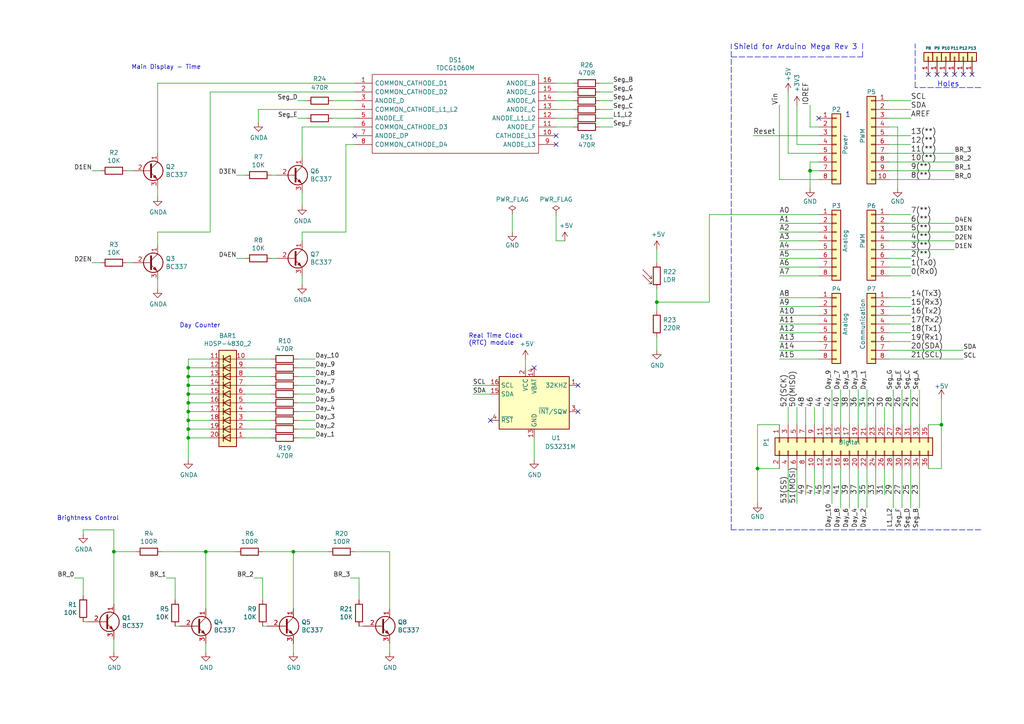
<source format=kicad_sch>
(kicad_sch (version 20211123) (generator eeschema)
  (paper "A4")
  (title_block (title "Corona Virus Countdown Clock") (date "2022-03-18") (rev "V02"))
  (lib_symbols
    (symbol "Connector_Generic:Conn_01x01" (pin_names (offset 1.016) hide)
      (property "Reference" "J" (at 0 2.54 0))
      (property "Value" "Conn_01x01" (at 0 -2.54 0))
      (symbol "Conn_01x01_1_1"
        (pin passive line (at -5.08 0 0) (length 3.81) (name "Pin_1") (number "1"))
      )
    )
    (symbol "Connector_Generic:Conn_01x08" (pin_names (offset 1.016) hide)
      (property "Reference" "J" (at 0 10.16 0))
      (property "Value" "Conn_01x08" (at 0 -12.7 0))
      (symbol "Conn_01x08_1_1"
        (pin passive line (at -5.08 7.62 0) (length 3.81) (name "Pin_1") (number "1"))
        (pin passive line (at -5.08 5.08 0) (length 3.81) (name "Pin_2") (number "2"))
        (pin passive line (at -5.08 2.54 0) (length 3.81) (name "Pin_3") (number "3"))
        (pin passive line (at -5.08 0 0) (length 3.81) (name "Pin_4") (number "4"))
        (pin passive line (at -5.08 -2.54 0) (length 3.81) (name "Pin_5") (number "5"))
        (pin passive line (at -5.08 -5.08 0) (length 3.81) (name "Pin_6") (number "6"))
        (pin passive line (at -5.08 -7.62 0) (length 3.81) (name "Pin_7") (number "7"))
        (pin passive line (at -5.08 -10.16 0) (length 3.81) (name "Pin_8") (number "8"))
      )
    )
    (symbol "Connector_Generic:Conn_01x10" (pin_names (offset 1.016) hide)
      (property "Reference" "J" (at 0 12.7 0))
      (property "Value" "Conn_01x10" (at 0 -15.24 0))
      (symbol "Conn_01x10_1_1"
        (pin passive line (at -5.08 10.16 0) (length 3.81) (name "Pin_1") (number "1"))
        (pin passive line (at -5.08 -12.7 0) (length 3.81) (name "Pin_10") (number "10"))
        (pin passive line (at -5.08 7.62 0) (length 3.81) (name "Pin_2") (number "2"))
        (pin passive line (at -5.08 5.08 0) (length 3.81) (name "Pin_3") (number "3"))
        (pin passive line (at -5.08 2.54 0) (length 3.81) (name "Pin_4") (number "4"))
        (pin passive line (at -5.08 0 0) (length 3.81) (name "Pin_5") (number "5"))
        (pin passive line (at -5.08 -2.54 0) (length 3.81) (name "Pin_6") (number "6"))
        (pin passive line (at -5.08 -5.08 0) (length 3.81) (name "Pin_7") (number "7"))
        (pin passive line (at -5.08 -7.62 0) (length 3.81) (name "Pin_8") (number "8"))
        (pin passive line (at -5.08 -10.16 0) (length 3.81) (name "Pin_9") (number "9"))
      )
    )
    (symbol "Connector_Generic:Conn_02x18_Odd_Even" (pin_names (offset 1.016) hide)
      (property "Reference" "J" (at 1.27 22.86 0))
      (property "Value" "Conn_02x18_Odd_Even" (at 1.27 -25.4 0))
      (symbol "Conn_02x18_Odd_Even_1_1"
        (pin passive line (at -5.08 20.32 0) (length 3.81) (name "Pin_1") (number "1"))
        (pin passive line (at 7.62 10.16 180) (length 3.81) (name "Pin_10") (number "10"))
        (pin passive line (at -5.08 7.62 0) (length 3.81) (name "Pin_11") (number "11"))
        (pin passive line (at 7.62 7.62 180) (length 3.81) (name "Pin_12") (number "12"))
        (pin passive line (at -5.08 5.08 0) (length 3.81) (name "Pin_13") (number "13"))
        (pin passive line (at 7.62 5.08 180) (length 3.81) (name "Pin_14") (number "14"))
        (pin passive line (at -5.08 2.54 0) (length 3.81) (name "Pin_15") (number "15"))
        (pin passive line (at 7.62 2.54 180) (length 3.81) (name "Pin_16") (number "16"))
        (pin passive line (at -5.08 0 0) (length 3.81) (name "Pin_17") (number "17"))
        (pin passive line (at 7.62 0 180) (length 3.81) (name "Pin_18") (number "18"))
        (pin passive line (at -5.08 -2.54 0) (length 3.81) (name "Pin_19") (number "19"))
        (pin passive line (at 7.62 20.32 180) (length 3.81) (name "Pin_2") (number "2"))
        (pin passive line (at 7.62 -2.54 180) (length 3.81) (name "Pin_20") (number "20"))
        (pin passive line (at -5.08 -5.08 0) (length 3.81) (name "Pin_21") (number "21"))
        (pin passive line (at 7.62 -5.08 180) (length 3.81) (name "Pin_22") (number "22"))
        (pin passive line (at -5.08 -7.62 0) (length 3.81) (name "Pin_23") (number "23"))
        (pin passive line (at 7.62 -7.62 180) (length 3.81) (name "Pin_24") (number "24"))
        (pin passive line (at -5.08 -10.16 0) (length 3.81) (name "Pin_25") (number "25"))
        (pin passive line (at 7.62 -10.16 180) (length 3.81) (name "Pin_26") (number "26"))
        (pin passive line (at -5.08 -12.7 0) (length 3.81) (name "Pin_27") (number "27"))
        (pin passive line (at 7.62 -12.7 180) (length 3.81) (name "Pin_28") (number "28"))
        (pin passive line (at -5.08 -15.24 0) (length 3.81) (name "Pin_29") (number "29"))
        (pin passive line (at -5.08 17.78 0) (length 3.81) (name "Pin_3") (number "3"))
        (pin passive line (at 7.62 -15.24 180) (length 3.81) (name "Pin_30") (number "30"))
        (pin passive line (at -5.08 -17.78 0) (length 3.81) (name "Pin_31") (number "31"))
        (pin passive line (at 7.62 -17.78 180) (length 3.81) (name "Pin_32") (number "32"))
        (pin passive line (at -5.08 -20.32 0) (length 3.81) (name "Pin_33") (number "33"))
        (pin passive line (at 7.62 -20.32 180) (length 3.81) (name "Pin_34") (number "34"))
        (pin passive line (at -5.08 -22.86 0) (length 3.81) (name "Pin_35") (number "35"))
        (pin passive line (at 7.62 -22.86 180) (length 3.81) (name "Pin_36") (number "36"))
        (pin passive line (at 7.62 17.78 180) (length 3.81) (name "Pin_4") (number "4"))
        (pin passive line (at -5.08 15.24 0) (length 3.81) (name "Pin_5") (number "5"))
        (pin passive line (at 7.62 15.24 180) (length 3.81) (name "Pin_6") (number "6"))
        (pin passive line (at -5.08 12.7 0) (length 3.81) (name "Pin_7") (number "7"))
        (pin passive line (at 7.62 12.7 180) (length 3.81) (name "Pin_8") (number "8"))
        (pin passive line (at -5.08 10.16 0) (length 3.81) (name "Pin_9") (number "9"))
      )
    )
    (symbol "Device:R" (pin_numbers hide) (pin_names (offset 0))
      (property "Reference" "R" (at 2.032 0 90))
      (property "Value" "R" (at 0 0 90))
      (symbol "R_1_1"
        (pin passive line (at 0 3.81 270) (length 1.27) (name "~") (number "1"))
        (pin passive line (at 0 -3.81 90) (length 1.27) (name "~") (number "2"))
      )
    )
    (symbol "LED:HDSP-4830_2" (pin_names (offset 1.016) hide)
      (property "Reference" "BAR" (at 0 15.24 0))
      (property "Value" "HDSP-4830_2" (at 0 -17.78 0))
      (symbol "HDSP-4830_2_1_1"
        (pin passive line (at -5.08 10.16 0) (length 2.54) (name "A") (number "1"))
        (pin passive line (at -5.08 -12.7 0) (length 2.54) (name "A") (number "10"))
        (pin passive line (at 5.08 -12.7 180) (length 2.54) (name "K") (number "11"))
        (pin passive line (at 5.08 -10.16 180) (length 2.54) (name "K") (number "12"))
        (pin passive line (at 5.08 -7.62 180) (length 2.54) (name "K") (number "13"))
        (pin passive line (at 5.08 -5.08 180) (length 2.54) (name "K") (number "14"))
        (pin passive line (at 5.08 -2.54 180) (length 2.54) (name "K") (number "15"))
        (pin passive line (at 5.08 0 180) (length 2.54) (name "K") (number "16"))
        (pin passive line (at 5.08 2.54 180) (length 2.54) (name "K") (number "17"))
        (pin passive line (at 5.08 5.08 180) (length 2.54) (name "K") (number "18"))
        (pin passive line (at 5.08 7.62 180) (length 2.54) (name "K") (number "19"))
        (pin passive line (at -5.08 7.62 0) (length 2.54) (name "A") (number "2"))
        (pin passive line (at 5.08 10.16 180) (length 2.54) (name "K") (number "20"))
        (pin passive line (at -5.08 5.08 0) (length 2.54) (name "A") (number "3"))
        (pin passive line (at -5.08 2.54 0) (length 2.54) (name "A") (number "4"))
        (pin passive line (at -5.08 0 0) (length 2.54) (name "A") (number "5"))
        (pin passive line (at -5.08 -2.54 0) (length 2.54) (name "A") (number "6"))
        (pin passive line (at -5.08 -5.08 0) (length 2.54) (name "A") (number "7"))
        (pin passive line (at -5.08 -7.62 0) (length 2.54) (name "A") (number "8"))
        (pin passive line (at -5.08 -10.16 0) (length 2.54) (name "A") (number "9"))
      )
    )
    (symbol "SamacSys_Parts:TDCG1060M" (pin_names (offset 0.762))
      (property "Reference" "DS" (at 54.61 7.62 0))
      (property "Value" "SamacSys_Parts_TDCG1060M" (at 54.61 5.08 0))
      (symbol "TDCG1060M_0_0"
        (pin passive line (at 0 0 0) (length 5.08) (name "COMMON_CATHODE_D1") (number "1"))
        (pin passive line (at 58.42 -15.24 180) (length 5.08) (name "CATHODE_L3") (number "10"))
        (pin passive line (at 58.42 -12.7 180) (length 5.08) (name "ANODE_F") (number "11"))
        (pin passive line (at 58.42 -10.16 180) (length 5.08) (name "ANODE_L1_L2") (number "12"))
        (pin passive line (at 58.42 -7.62 180) (length 5.08) (name "ANODE_C") (number "13"))
        (pin passive line (at 58.42 -5.08 180) (length 5.08) (name "ANODE_A") (number "14"))
        (pin passive line (at 58.42 -2.54 180) (length 5.08) (name "ANODE_G") (number "15"))
        (pin passive line (at 58.42 0 180) (length 5.08) (name "ANODE_B") (number "16"))
        (pin passive line (at 0 -2.54 0) (length 5.08) (name "COMMON_CATHODE_D2") (number "2"))
        (pin passive line (at 0 -5.08 0) (length 5.08) (name "ANODE_D") (number "3"))
        (pin passive line (at 0 -7.62 0) (length 5.08) (name "COMMON_CATHODE_L1_L2") (number "4"))
        (pin passive line (at 0 -10.16 0) (length 5.08) (name "ANODE_E") (number "5"))
        (pin passive line (at 0 -12.7 0) (length 5.08) (name "COMMON_CATHODE_D3") (number "6"))
        (pin passive line (at 0 -15.24 0) (length 5.08) (name "ANODE_DP") (number "7"))
        (pin passive line (at 0 -17.78 0) (length 5.08) (name "COMMON_CATHODE_D4") (number "8"))
        (pin passive line (at 58.42 -17.78 180) (length 5.08) (name "ANODE_L3") (number "9"))
      )
    )
    (symbol "Sensor_Optical:LDR03" (pin_numbers hide) (pin_names (offset 0))
      (property "Reference" "R" (at -5.08 0 90))
      (property "Value" "LDR03" (at 1.905 0 90))
      (symbol "LDR03_1_1"
        (pin passive line (at 0 3.81 270) (length 1.27) (name "~") (number "1"))
        (pin passive line (at 0 -3.81 90) (length 1.27) (name "~") (number "2"))
      )
    )
    (symbol "Timer_RTC:DS3231M"
      (property "Reference" "U" (at -7.62 8.89 0))
      (property "Value" "DS3231M" (at 10.16 8.89 0))
      (symbol "DS3231M_1_1"
        (pin open_collector line (at 12.7 5.08 180) (length 2.54) (name "32KHZ") (number "1"))
        (pin passive line (at 0 -10.16 90) (length 2.54) hide (name "GND") (number "10"))
        (pin passive line (at 0 -10.16 90) (length 2.54) hide (name "GND") (number "11"))
        (pin passive line (at 0 -10.16 90) (length 2.54) hide (name "GND") (number "12"))
        (pin power_in line (at 0 -10.16 90) (length 2.54) (name "GND") (number "13"))
        (pin power_in line (at 0 10.16 270) (length 2.54) (name "VBAT") (number "14"))
        (pin bidirectional line (at -12.7 2.54 0) (length 2.54) (name "SDA") (number "15"))
        (pin input line (at -12.7 5.08 0) (length 2.54) (name "SCL") (number "16"))
        (pin power_in line (at -2.54 10.16 270) (length 2.54) (name "VCC") (number "2"))
        (pin open_collector line (at 12.7 -2.54 180) (length 2.54) (name "~{INT}/SQW") (number "3"))
        (pin bidirectional line (at -12.7 -5.08 0) (length 2.54) (name "~{RST}") (number "4"))
        (pin passive line (at 0 -10.16 90) (length 2.54) hide (name "GND") (number "5"))
        (pin passive line (at 0 -10.16 90) (length 2.54) hide (name "GND") (number "6"))
        (pin passive line (at 0 -10.16 90) (length 2.54) hide (name "GND") (number "7"))
        (pin passive line (at 0 -10.16 90) (length 2.54) hide (name "GND") (number "8"))
        (pin passive line (at 0 -10.16 90) (length 2.54) hide (name "GND") (number "9"))
      )
    )
    (symbol "Transistor_BJT:BC337" (pin_names (offset 0) hide)
      (property "Reference" "Q" (at 5.08 1.905 0))
      (property "Value" "BC337" (at 5.08 0 0))
      (symbol "BC337_1_1"
        (pin passive line (at 2.54 5.08 270) (length 2.54) (name "C") (number "1"))
        (pin input line (at -5.08 0 0) (length 5.08) (name "B") (number "2"))
        (pin passive line (at 2.54 -5.08 90) (length 2.54) (name "E") (number "3"))
      )
    )
    (symbol "power:+3V3" (power) (pin_names (offset 0))
      (property "Value" "+3V3" (at 0 3.556 0))
      (symbol "+3V3_1_1"
        (pin power_in line (at 0 0 90) (length 0) hide (name "+3V3") (number "1"))
      )
    )
    (symbol "power:+5V" (power) (pin_names (offset 0))
      (property "Value" "+5V" (at 0 3.556 0))
      (symbol "+5V_1_1"
        (pin power_in line (at 0 0 90) (length 0) hide (name "+5V") (number "1"))
      )
    )
    (symbol "power:GND" (power) (pin_names (offset 0))
      (property "Value" "GND" (at 0 -3.81 0))
      (symbol "GND_1_1"
        (pin power_in line (at 0 0 270) (length 0) hide (name "GND") (number "1"))
      )
    )
    (symbol "power:GNDA" (power) (pin_names (offset 0))
      (property "Value" "GNDA" (at 0 -3.81 0))
      (symbol "GNDA_1_1"
        (pin power_in line (at 0 0 270) (length 0) hide (name "GNDA") (number "1"))
      )
    )
    (symbol "power:PWR_FLAG" (power) (pin_numbers hide) (pin_names (offset 0) hide)
      (property "Value" "PWR_FLAG" (at 0 3.81 0))
      (symbol "PWR_FLAG_0_0"
        (pin power_out line (at 0 0 90) (length 0) (name "pwr") (number "1"))
      )
    )
  )
  (junction (at 85.09 160.02))
  (junction (at 219.71 135.89))
  (junction (at 33.02 160.02))
  (junction (at 54.61 124.46))
  (junction (at 273.05 123.19))
  (junction (at 234.95 49.53))
  (junction (at 59.69 160.02))
  (junction (at 54.61 111.76))
  (junction (at 190.5 87.63))
  (junction (at 54.61 121.92))
  (junction (at 54.61 109.22))
  (junction (at 54.61 116.84))
  (junction (at 54.61 114.3))
  (junction (at 54.61 119.38))
  (junction (at 54.61 106.68))
  (junction (at 54.61 127))
  (no_connect (at 154.94 106.68))
  (no_connect (at 142.24 121.92))
  (no_connect (at 276.86 21.59))
  (no_connect (at 274.32 21.59))
  (no_connect (at 269.24 21.59))
  (no_connect (at 279.4 21.59))
  (no_connect (at 237.49 34.29))
  (no_connect (at 161.29 41.91))
  (no_connect (at 271.78 21.59))
  (no_connect (at 161.29 39.37))
  (no_connect (at 102.87 39.37))
  (no_connect (at 167.64 111.76))
  (no_connect (at 167.64 119.38))
  (no_connect (at 281.94 21.59))
  (wire (pts (xy 248.92 135.89) (xy 248.92 147.32)))
  (wire (pts (xy 231.14 30.48) (xy 231.14 41.91)))
  (wire (pts (xy 257.81 49.53) (xy 276.86 49.53)))
  (wire (pts (xy 85.09 160.02) (xy 95.25 160.02)))
  (wire (pts (xy 100.33 41.91) (xy 102.87 41.91)))
  (wire (pts (xy 257.81 93.98) (xy 264.16 93.98)))
  (wire (pts (xy 241.3 135.89) (xy 241.3 146.05)))
  (wire (pts (xy 205.74 87.63) (xy 205.74 62.23)))
  (wire (pts (xy 154.94 127) (xy 154.94 133.35)))
  (wire (pts (xy 50.8 181.61) (xy 52.07 181.61)))
  (wire (pts (xy 237.49 46.99) (xy 234.95 46.99)))
  (wire (pts (xy 74.93 31.75) (xy 74.93 35.56)))
  (wire (pts (xy 60.96 116.84) (xy 54.61 116.84)))
  (wire (pts (xy 238.76 123.19) (xy 238.76 118.11)))
  (wire (pts (xy 257.81 80.01) (xy 264.16 80.01)))
  (wire (pts (xy 102.87 36.83) (xy 87.63 36.83)))
  (wire (pts (xy 260.35 54.61) (xy 260.35 36.83)))
  (wire (pts (xy 226.06 123.19) (xy 219.71 123.19)))
  (wire (pts (xy 104.14 181.61) (xy 105.41 181.61)))
  (wire (pts (xy 78.74 114.3) (xy 71.12 114.3)))
  (wire (pts (xy 254 123.19) (xy 254 118.11)))
  (wire (pts (xy 237.49 77.47) (xy 226.06 77.47)))
  (wire (pts (xy 100.33 67.31) (xy 87.63 67.31)))
  (wire (pts (xy 148.59 67.31) (xy 148.59 62.23)))
  (wire (pts (xy 59.69 160.02) (xy 68.58 160.02)))
  (wire (pts (xy 264.16 41.91) (xy 257.81 41.91)))
  (wire (pts (xy 86.36 109.22) (xy 91.44 109.22)))
  (wire (pts (xy 161.29 31.75) (xy 166.37 31.75)))
  (wire (pts (xy 226.06 74.93) (xy 237.49 74.93)))
  (wire (pts (xy 243.84 135.89) (xy 243.84 147.32)))
  (wire (pts (xy 257.81 69.85) (xy 276.86 69.85)))
  (wire (pts (xy 24.13 153.67) (xy 33.02 153.67)))
  (wire (pts (xy 237.49 96.52) (xy 226.06 96.52)))
  (wire (pts (xy 60.96 106.68) (xy 54.61 106.68)))
  (wire (pts (xy 190.5 97.79) (xy 190.5 101.6)))
  (wire (pts (xy 86.36 121.92) (xy 91.44 121.92)))
  (wire (pts (xy 60.96 26.67) (xy 102.87 26.67)))
  (wire (pts (xy 113.03 160.02) (xy 113.03 176.53)))
  (wire (pts (xy 152.4 104.14) (xy 152.4 106.68)))
  (wire (pts (xy 54.61 127) (xy 54.61 133.35)))
  (wire (pts (xy 257.81 64.77) (xy 276.86 64.77)))
  (wire (pts (xy 237.49 52.07) (xy 226.06 52.07)))
  (wire (pts (xy 33.02 160.02) (xy 33.02 175.26)))
  (wire (pts (xy 243.84 113.03) (xy 243.84 123.19)))
  (wire (pts (xy 60.96 114.3) (xy 54.61 114.3)))
  (wire (pts (xy 87.63 67.31) (xy 87.63 69.85)))
  (wire (pts (xy 60.96 127) (xy 54.61 127)))
  (wire (pts (xy 237.49 36.83) (xy 234.95 36.83)))
  (wire (pts (xy 59.69 186.69) (xy 59.69 189.23)))
  (wire (pts (xy 86.36 116.84) (xy 91.44 116.84)))
  (wire (pts (xy 113.03 186.69) (xy 113.03 189.23)))
  (wire (pts (xy 60.96 121.92) (xy 54.61 121.92)))
  (wire (pts (xy 226.06 80.01) (xy 237.49 80.01)))
  (wire (pts (xy 68.58 50.8) (xy 71.12 50.8)))
  (wire (pts (xy 45.72 81.28) (xy 45.72 83.82)))
  (wire (pts (xy 273.05 115.57) (xy 273.05 123.19)))
  (wire (pts (xy 205.74 62.23) (xy 237.49 62.23)))
  (wire (pts (xy 54.61 114.3) (xy 54.61 116.84)))
  (wire (pts (xy 219.71 135.89) (xy 219.71 146.05)))
  (wire (pts (xy 33.02 160.02) (xy 39.37 160.02)))
  (wire (pts (xy 78.74 74.93) (xy 80.01 74.93)))
  (wire (pts (xy 173.99 34.29) (xy 177.8 34.29)))
  (wire (pts (xy 256.54 123.19) (xy 256.54 118.11)))
  (wire (pts (xy 78.74 109.22) (xy 71.12 109.22)))
  (wire (pts (xy 60.96 67.31) (xy 60.96 26.67)))
  (wire (pts (xy 60.96 124.46) (xy 54.61 124.46)))
  (wire (pts (xy 246.38 113.03) (xy 246.38 123.19)))
  (wire (pts (xy 231.14 135.89) (xy 231.14 146.05)))
  (wire (pts (xy 273.05 123.19) (xy 273.05 135.89)))
  (wire (pts (xy 96.52 29.21) (xy 102.87 29.21)))
  (wire (pts (xy 237.49 91.44) (xy 226.06 91.44)))
  (wire (pts (xy 60.96 111.76) (xy 54.61 111.76)))
  (wire (pts (xy 233.68 135.89) (xy 233.68 143.51)))
  (wire (pts (xy 86.36 106.68) (xy 91.44 106.68)))
  (wire (pts (xy 88.9 29.21) (xy 86.36 29.21)))
  (wire (pts (xy 24.13 167.64) (xy 24.13 172.72)))
  (wire (pts (xy 261.62 135.89) (xy 261.62 147.32)))
  (wire (pts (xy 60.96 119.38) (xy 54.61 119.38)))
  (wire (pts (xy 24.13 154.94) (xy 24.13 153.67)))
  (wire (pts (xy 259.08 113.03) (xy 259.08 123.19)))
  (wire (pts (xy 54.61 119.38) (xy 54.61 121.92)))
  (wire (pts (xy 54.61 106.68) (xy 54.61 109.22)))
  (wire (pts (xy 251.46 135.89) (xy 251.46 147.32)))
  (wire (pts (xy 257.81 39.37) (xy 264.16 39.37)))
  (polyline (pts (xy 212.09 16.51) (xy 250.19 16.51)))
  (wire (pts (xy 256.54 135.89) (xy 256.54 143.51)))
  (wire (pts (xy 142.24 114.3) (xy 137.16 114.3)))
  (wire (pts (xy 161.29 69.85) (xy 163.83 69.85)))
  (wire (pts (xy 102.87 160.02) (xy 113.03 160.02)))
  (wire (pts (xy 264.16 113.03) (xy 264.16 123.19)))
  (wire (pts (xy 226.06 88.9) (xy 237.49 88.9)))
  (wire (pts (xy 228.6 44.45) (xy 237.49 44.45)))
  (wire (pts (xy 104.14 167.64) (xy 104.14 173.99)))
  (wire (pts (xy 190.5 72.39) (xy 190.5 76.2)))
  (wire (pts (xy 54.61 109.22) (xy 54.61 111.76)))
  (wire (pts (xy 226.06 99.06) (xy 237.49 99.06)))
  (wire (pts (xy 257.81 67.31) (xy 276.86 67.31)))
  (wire (pts (xy 102.87 24.13) (xy 45.72 24.13)))
  (polyline (pts (xy 284.48 25.4) (xy 265.43 25.4)))
  (wire (pts (xy 78.74 50.8) (xy 80.01 50.8)))
  (wire (pts (xy 102.87 31.75) (xy 74.93 31.75)))
  (wire (pts (xy 257.81 52.07) (xy 276.86 52.07)))
  (wire (pts (xy 96.52 34.29) (xy 102.87 34.29)))
  (wire (pts (xy 226.06 104.14) (xy 237.49 104.14)))
  (wire (pts (xy 86.36 124.46) (xy 91.44 124.46)))
  (polyline (pts (xy 250.19 16.51) (xy 250.19 12.065)))
  (wire (pts (xy 76.2 160.02) (xy 85.09 160.02)))
  (wire (pts (xy 226.06 69.85) (xy 237.49 69.85)))
  (wire (pts (xy 73.66 167.64) (xy 76.2 167.64)))
  (wire (pts (xy 101.6 167.64) (xy 104.14 167.64)))
  (wire (pts (xy 261.62 113.03) (xy 261.62 123.19)))
  (wire (pts (xy 161.29 62.23) (xy 161.29 69.85)))
  (wire (pts (xy 86.36 114.3) (xy 91.44 114.3)))
  (wire (pts (xy 87.63 80.01) (xy 87.63 82.55)))
  (wire (pts (xy 233.68 123.19) (xy 233.68 118.11)))
  (wire (pts (xy 257.81 44.45) (xy 276.86 44.45)))
  (wire (pts (xy 36.83 76.2) (xy 38.1 76.2)))
  (polyline (pts (xy 284.48 153.67) (xy 212.09 153.67)))
  (wire (pts (xy 88.9 34.29) (xy 86.36 34.29)))
  (wire (pts (xy 266.7 135.89) (xy 266.7 147.32)))
  (wire (pts (xy 237.49 86.36) (xy 226.06 86.36)))
  (wire (pts (xy 54.61 104.14) (xy 54.61 106.68)))
  (wire (pts (xy 173.99 26.67) (xy 177.8 26.67)))
  (wire (pts (xy 161.29 26.67) (xy 166.37 26.67)))
  (wire (pts (xy 257.81 72.39) (xy 276.86 72.39)))
  (wire (pts (xy 264.16 62.23) (xy 257.81 62.23)))
  (wire (pts (xy 86.36 104.14) (xy 91.44 104.14)))
  (wire (pts (xy 264.16 135.89) (xy 264.16 147.32)))
  (wire (pts (xy 26.67 76.2) (xy 29.21 76.2)))
  (wire (pts (xy 236.22 135.89) (xy 236.22 143.51)))
  (wire (pts (xy 161.29 36.83) (xy 166.37 36.83)))
  (wire (pts (xy 259.08 135.89) (xy 259.08 147.32)))
  (wire (pts (xy 241.3 113.03) (xy 241.3 123.19)))
  (wire (pts (xy 54.61 124.46) (xy 54.61 127)))
  (wire (pts (xy 234.95 49.53) (xy 234.95 54.61)))
  (wire (pts (xy 190.5 87.63) (xy 205.74 87.63)))
  (wire (pts (xy 68.58 74.93) (xy 71.12 74.93)))
  (wire (pts (xy 85.09 160.02) (xy 85.09 176.53)))
  (wire (pts (xy 161.29 29.21) (xy 166.37 29.21)))
  (wire (pts (xy 260.35 36.83) (xy 257.81 36.83)))
  (wire (pts (xy 60.96 109.22) (xy 54.61 109.22)))
  (wire (pts (xy 59.69 160.02) (xy 59.69 176.53)))
  (wire (pts (xy 226.06 135.89) (xy 219.71 135.89)))
  (wire (pts (xy 226.06 52.07) (xy 226.06 30.48)))
  (wire (pts (xy 257.81 46.99) (xy 276.86 46.99)))
  (wire (pts (xy 257.81 34.29) (xy 264.16 34.29)))
  (wire (pts (xy 86.36 111.76) (xy 91.44 111.76)))
  (wire (pts (xy 218.44 39.37) (xy 237.49 39.37)))
  (wire (pts (xy 78.74 111.76) (xy 71.12 111.76)))
  (wire (pts (xy 36.83 49.53) (xy 38.1 49.53)))
  (wire (pts (xy 190.5 87.63) (xy 190.5 90.17)))
  (wire (pts (xy 238.76 135.89) (xy 238.76 143.51)))
  (wire (pts (xy 86.36 127) (xy 91.44 127)))
  (wire (pts (xy 246.38 135.89) (xy 246.38 147.32)))
  (wire (pts (xy 45.72 54.61) (xy 45.72 57.15)))
  (wire (pts (xy 228.6 135.89) (xy 228.6 146.05)))
  (wire (pts (xy 87.63 36.83) (xy 87.63 45.72)))
  (wire (pts (xy 237.49 101.6) (xy 226.06 101.6)))
  (wire (pts (xy 78.74 104.14) (xy 71.12 104.14)))
  (wire (pts (xy 266.7 113.03) (xy 266.7 123.19)))
  (wire (pts (xy 237.49 49.53) (xy 234.95 49.53)))
  (wire (pts (xy 257.81 101.6) (xy 279.4 101.6)))
  (wire (pts (xy 228.6 26.67) (xy 228.6 44.45)))
  (wire (pts (xy 264.16 91.44) (xy 257.81 91.44)))
  (wire (pts (xy 257.81 99.06) (xy 264.16 99.06)))
  (wire (pts (xy 86.36 119.38) (xy 91.44 119.38)))
  (wire (pts (xy 219.71 123.19) (xy 219.71 135.89)))
  (wire (pts (xy 173.99 29.21) (xy 177.8 29.21)))
  (wire (pts (xy 54.61 116.84) (xy 54.61 119.38)))
  (wire (pts (xy 26.67 49.53) (xy 29.21 49.53)))
  (wire (pts (xy 87.63 55.88) (xy 87.63 59.69)))
  (wire (pts (xy 264.16 96.52) (xy 257.81 96.52)))
  (wire (pts (xy 173.99 36.83) (xy 177.8 36.83)))
  (wire (pts (xy 78.74 116.84) (xy 71.12 116.84)))
  (wire (pts (xy 251.46 113.03) (xy 251.46 123.19)))
  (wire (pts (xy 264.16 86.36) (xy 257.81 86.36)))
  (wire (pts (xy 45.72 24.13) (xy 45.72 44.45)))
  (wire (pts (xy 78.74 106.68) (xy 71.12 106.68)))
  (wire (pts (xy 45.72 67.31) (xy 45.72 71.12)))
  (wire (pts (xy 234.95 36.83) (xy 234.95 30.48)))
  (wire (pts (xy 50.8 167.64) (xy 50.8 173.99)))
  (wire (pts (xy 273.05 123.19) (xy 269.24 123.19)))
  (wire (pts (xy 228.6 123.19) (xy 228.6 118.11)))
  (wire (pts (xy 78.74 124.46) (xy 71.12 124.46)))
  (wire (pts (xy 46.99 160.02) (xy 59.69 160.02)))
  (wire (pts (xy 248.92 113.03) (xy 248.92 123.19)))
  (wire (pts (xy 257.81 104.14) (xy 279.4 104.14)))
  (wire (pts (xy 33.02 185.42) (xy 33.02 189.23)))
  (wire (pts (xy 161.29 34.29) (xy 166.37 34.29)))
  (wire (pts (xy 234.95 46.99) (xy 234.95 49.53)))
  (wire (pts (xy 76.2 181.61) (xy 77.47 181.61)))
  (wire (pts (xy 33.02 153.67) (xy 33.02 160.02)))
  (wire (pts (xy 236.22 123.19) (xy 236.22 118.11)))
  (wire (pts (xy 21.59 167.64) (xy 24.13 167.64)))
  (polyline (pts (xy 212.09 153.67) (xy 212.09 12.7)))
  (wire (pts (xy 48.26 167.64) (xy 50.8 167.64)))
  (wire (pts (xy 257.81 29.21) (xy 264.16 29.21)))
  (wire (pts (xy 226.06 64.77) (xy 237.49 64.77)))
  (wire (pts (xy 237.49 67.31) (xy 226.06 67.31)))
  (wire (pts (xy 226.06 93.98) (xy 237.49 93.98)))
  (wire (pts (xy 231.14 41.91) (xy 237.49 41.91)))
  (wire (pts (xy 173.99 31.75) (xy 177.8 31.75)))
  (wire (pts (xy 237.49 72.39) (xy 226.06 72.39)))
  (wire (pts (xy 161.29 24.13) (xy 166.37 24.13)))
  (wire (pts (xy 254 135.89) (xy 254 143.51)))
  (wire (pts (xy 231.14 123.19) (xy 231.14 118.11)))
  (wire (pts (xy 78.74 119.38) (xy 71.12 119.38)))
  (wire (pts (xy 78.74 127) (xy 71.12 127)))
  (polyline (pts (xy 265.43 25.4) (xy 265.43 12.7)))
  (wire (pts (xy 173.99 24.13) (xy 177.8 24.13)))
  (wire (pts (xy 54.61 111.76) (xy 54.61 114.3)))
  (wire (pts (xy 257.81 74.93) (xy 264.16 74.93)))
  (wire (pts (xy 190.5 83.82) (xy 190.5 87.63)))
  (wire (pts (xy 76.2 167.64) (xy 76.2 173.99)))
  (wire (pts (xy 54.61 121.92) (xy 54.61 124.46)))
  (wire (pts (xy 264.16 77.47) (xy 257.81 77.47)))
  (wire (pts (xy 78.74 121.92) (xy 71.12 121.92)))
  (wire (pts (xy 257.81 88.9) (xy 264.16 88.9)))
  (wire (pts (xy 264.16 31.75) (xy 257.81 31.75)))
  (wire (pts (xy 24.13 180.34) (xy 25.4 180.34)))
  (wire (pts (xy 142.24 111.76) (xy 137.16 111.76)))
  (wire (pts (xy 60.96 104.14) (xy 54.61 104.14)))
  (wire (pts (xy 45.72 67.31) (xy 60.96 67.31)))
  (wire (pts (xy 85.09 186.69) (xy 85.09 189.23)))
  (wire (pts (xy 100.33 41.91) (xy 100.33 67.31)))
  (wire (pts (xy 273.05 135.89) (xy 269.24 135.89)))
  (text "Brightness Control" (at 16.51 151.13 0) (effects (font (size 1.27 1.27)) (justify left bottom)))
  (text "Shield for Arduino Mega Rev 3" (at 212.725 14.605 0) (effects (font (size 1.524 1.524)) (justify left bottom)))
  (text "Day Counter" (at 52.07 95.25 0) (effects (font (size 1.27 1.27)) (justify left bottom)))
  (text "1" (at 245.11 34.29 0) (effects (font (size 1.524 1.524)) (justify left bottom)))
  (text "Real Time Clock\n(RTC) module" (at 135.89 100.33 0) (effects (font (size 1.27 1.27)) (justify left bottom)))
  (text "Holes" (at 271.78 25.4 0) (effects (font (size 1.524 1.524)) (justify left bottom)))
  (text "Main Display - Time" (at 38.1 20.32 0) (effects (font (size 1.27 1.27)) (justify left bottom)))
  (label "Day_8" (at 91.44 109.22 0))
  (label "39" (at 246.38 143.51 90) (effects (font (size 1.524 1.524))))
  (label "20(SDA)" (at 264.16 101.6 0) (effects (font (size 1.524 1.524))))
  (label "14(Tx3)" (at 264.16 86.36 0) (effects (font (size 1.524 1.524))))
  (label "Vin" (at 226.06 30.48 90) (effects (font (size 1.524 1.524))))
  (label "BR_1" (at 276.86 49.53 0))
  (label "47" (at 236.22 143.51 90) (effects (font (size 1.524 1.524))))
  (label "SCL" (at 264.16 29.21 0) (effects (font (size 1.524 1.524))))
  (label "Seg_C" (at 177.8 31.75 0))
  (label "Seg_F" (at 177.8 36.83 0))
  (label "36" (at 248.92 118.11 90) (effects (font (size 1.524 1.524))))
  (label "49" (at 233.68 143.51 90) (effects (font (size 1.524 1.524))))
  (label "A6" (at 226.06 77.47 0) (effects (font (size 1.524 1.524))))
  (label "A14" (at 226.06 101.6 0) (effects (font (size 1.524 1.524))))
  (label "38" (at 246.38 118.11 90) (effects (font (size 1.524 1.524))))
  (label "D2EN" (at 26.67 76.2 180))
  (label "9(**)" (at 264.16 49.53 0) (effects (font (size 1.524 1.524))))
  (label "40" (at 243.84 118.11 90) (effects (font (size 1.524 1.524))))
  (label "41" (at 243.84 143.51 90) (effects (font (size 1.524 1.524))))
  (label "23" (at 266.7 143.51 90) (effects (font (size 1.524 1.524))))
  (label "Seg_B" (at 266.7 147.32 270))
  (label "51(MOSI)" (at 231.14 146.05 90) (effects (font (size 1.524 1.524))))
  (label "22" (at 266.7 118.11 90) (effects (font (size 1.524 1.524))))
  (label "12(**)" (at 264.16 41.91 0) (effects (font (size 1.524 1.524))))
  (label "29" (at 259.08 143.51 90) (effects (font (size 1.524 1.524))))
  (label "SCL" (at 137.16 111.76 0))
  (label "6(**)" (at 264.16 64.77 0) (effects (font (size 1.524 1.524))))
  (label "Day_6" (at 246.38 147.32 270))
  (label "7(**)" (at 264.16 62.23 0) (effects (font (size 1.524 1.524))))
  (label "21(SCL)" (at 264.16 104.14 0) (effects (font (size 1.524 1.524))))
  (label "A15" (at 226.06 104.14 0) (effects (font (size 1.524 1.524))))
  (label "Day_2" (at 251.46 147.32 270))
  (label "50(MISO)" (at 231.14 118.11 90) (effects (font (size 1.524 1.524))))
  (label "Seg_D" (at 86.36 29.21 180))
  (label "Day_3" (at 91.44 121.92 0))
  (label "Seg_E" (at 86.36 34.29 180))
  (label "28" (at 259.08 118.11 90) (effects (font (size 1.524 1.524))))
  (label "52(SCK)" (at 228.6 118.11 90) (effects (font (size 1.524 1.524))))
  (label "D4EN" (at 68.58 74.93 180))
  (label "D3EN" (at 68.58 50.8 180))
  (label "D1EN" (at 276.86 72.39 0))
  (label "Day_2" (at 91.44 124.46 0))
  (label "D3EN" (at 276.86 67.31 0))
  (label "Seg_G" (at 259.08 113.03 90))
  (label "17(Rx2)" (at 264.16 93.98 0) (effects (font (size 1.524 1.524))))
  (label "D1EN" (at 26.67 49.53 180))
  (label "Day_1" (at 251.46 113.03 90))
  (label "8(**)" (at 264.16 52.07 0) (effects (font (size 1.524 1.524))))
  (label "2(**)" (at 264.16 74.93 0) (effects (font (size 1.524 1.524))))
  (label "A3" (at 226.06 69.85 0) (effects (font (size 1.524 1.524))))
  (label "Day_4" (at 248.92 147.32 270))
  (label "33" (at 254 143.51 90) (effects (font (size 1.524 1.524))))
  (label "18(Tx1)" (at 264.16 96.52 0) (effects (font (size 1.524 1.524))))
  (label "SCL" (at 279.4 104.14 0))
  (label "24" (at 264.16 118.11 90) (effects (font (size 1.524 1.524))))
  (label "25" (at 264.16 143.51 90) (effects (font (size 1.524 1.524))))
  (label "32" (at 254 118.11 90) (effects (font (size 1.524 1.524))))
  (label "Day_9" (at 91.44 106.68 0))
  (label "A5" (at 226.06 74.93 0) (effects (font (size 1.524 1.524))))
  (label "A9" (at 226.06 88.9 0) (effects (font (size 1.524 1.524))))
  (label "Seg_G" (at 177.8 26.67 0))
  (label "Day_5" (at 91.44 116.84 0))
  (label "46" (at 236.22 118.11 90) (effects (font (size 1.524 1.524))))
  (label "Day_7" (at 91.44 111.76 0))
  (label "BR_2" (at 73.66 167.64 180))
  (label "1(Tx0)" (at 264.16 77.47 0) (effects (font (size 1.524 1.524))))
  (label "SDA" (at 264.16 31.75 0) (effects (font (size 1.524 1.524))))
  (label "4(**)" (at 264.16 69.85 0) (effects (font (size 1.524 1.524))))
  (label "53(SS)" (at 228.6 146.05 90) (effects (font (size 1.524 1.524))))
  (label "48" (at 233.68 118.11 90) (effects (font (size 1.524 1.524))))
  (label "13(**)" (at 264.16 39.37 0) (effects (font (size 1.524 1.524))))
  (label "L1_L2" (at 177.8 34.29 0))
  (label "35" (at 251.46 143.51 90) (effects (font (size 1.524 1.524))))
  (label "BR_3" (at 101.6 167.64 180))
  (label "Day_5" (at 246.38 113.03 90))
  (label "Day_10" (at 241.3 146.05 270))
  (label "A0" (at 226.06 62.23 0) (effects (font (size 1.524 1.524))))
  (label "3(**)" (at 264.16 72.39 0) (effects (font (size 1.524 1.524))))
  (label "19(Rx1)" (at 264.16 99.06 0) (effects (font (size 1.524 1.524))))
  (label "Day_3" (at 248.92 113.03 90))
  (label "BR_3" (at 276.86 44.45 0))
  (label "44" (at 238.76 118.11 90) (effects (font (size 1.524 1.524))))
  (label "Seg_E" (at 261.62 113.03 90))
  (label "15(Rx3)" (at 264.16 88.9 0) (effects (font (size 1.524 1.524))))
  (label "A12" (at 226.06 96.52 0) (effects (font (size 1.524 1.524))))
  (label "D4EN" (at 276.86 64.77 0))
  (label "0(Rx0)" (at 264.16 80.01 0) (effects (font (size 1.524 1.524))))
  (label "43" (at 241.3 143.51 90) (effects (font (size 1.524 1.524))))
  (label "IOREF" (at 234.95 30.48 90) (effects (font (size 1.524 1.524))))
  (label "A1" (at 226.06 64.77 0) (effects (font (size 1.524 1.524))))
  (label "Day_9" (at 241.3 113.03 90))
  (label "27" (at 261.62 143.51 90) (effects (font (size 1.524 1.524))))
  (label "A4" (at 226.06 72.39 0) (effects (font (size 1.524 1.524))))
  (label "L1_L2" (at 259.08 147.32 270))
  (label "30" (at 256.54 118.11 90) (effects (font (size 1.524 1.524))))
  (label "Day_1" (at 91.44 127 0))
  (label "SDA" (at 137.16 114.3 0))
  (label "42" (at 241.3 118.11 90) (effects (font (size 1.524 1.524))))
  (label "AREF" (at 264.16 34.29 0) (effects (font (size 1.524 1.524))))
  (label "Seg_A" (at 266.7 113.03 90))
  (label "16(Tx2)" (at 264.16 91.44 0) (effects (font (size 1.524 1.524))))
  (label "26" (at 261.62 118.11 90) (effects (font (size 1.524 1.524))))
  (label "Seg_B" (at 177.8 24.13 0))
  (label "Seg_F" (at 261.62 147.32 270))
  (label "BR_1" (at 48.26 167.64 180))
  (label "A11" (at 226.06 93.98 0) (effects (font (size 1.524 1.524))))
  (label "Day_7" (at 243.84 113.03 90))
  (label "31" (at 256.54 143.51 90) (effects (font (size 1.524 1.524))))
  (label "11(**)" (at 264.16 44.45 0) (effects (font (size 1.524 1.524))))
  (label "Day_8" (at 243.84 147.32 270))
  (label "Seg_D" (at 264.16 147.32 270))
  (label "A7" (at 226.06 80.01 0) (effects (font (size 1.524 1.524))))
  (label "34" (at 251.46 118.11 90) (effects (font (size 1.524 1.524))))
  (label "37" (at 248.92 143.51 90) (effects (font (size 1.524 1.524))))
  (label "A8" (at 226.06 86.36 0) (effects (font (size 1.524 1.524))))
  (label "SDA" (at 279.4 101.6 0))
  (label "BR_2" (at 276.86 46.99 0))
  (label "A10" (at 226.06 91.44 0) (effects (font (size 1.524 1.524))))
  (label "BR_0" (at 21.59 167.64 180))
  (label "Reset" (at 218.44 39.37 0) (effects (font (size 1.524 1.524))))
  (label "Day_4" (at 91.44 119.38 0))
  (label "10(**)" (at 264.16 46.99 0) (effects (font (size 1.524 1.524))))
  (label "Day_10" (at 91.44 104.14 0))
  (label "Seg_C" (at 264.16 113.03 90))
  (label "Day_6" (at 91.44 114.3 0))
  (label "A13" (at 226.06 99.06 0) (effects (font (size 1.524 1.524))))
  (label "BR_0" (at 276.86 52.07 0))
  (label "A2" (at 226.06 67.31 0) (effects (font (size 1.524 1.524))))
  (label "45" (at 238.76 143.51 90) (effects (font (size 1.524 1.524))))
  (label "5(**)" (at 264.16 67.31 0) (effects (font (size 1.524 1.524))))
  (label "Seg_A" (at 177.8 29.21 0))
  (label "D2EN" (at 276.86 69.85 0))
  (symbol (lib_id "Connector_Generic:Conn_01x01") (at 269.24 16.51 90) (unit 1)
    (property "Reference" "P8" (at 269.24 13.97 90) (effects (font (size 0.7874 0.7874))))
    (property "Value" "CONN_01X01" (effects hide))
    (property "Footprint" "Socket_Arduino_Mega:Arduino_1pin" (effects hide))
  )
  (symbol (lib_id "Connector_Generic:Conn_01x01") (at 271.78 16.51 90) (unit 1)
    (property "Reference" "P9" (at 271.78 13.97 90) (effects (font (size 0.7874 0.7874))))
    (property "Value" "CONN_01X01" (effects hide))
    (property "Footprint" "Socket_Arduino_Mega:Arduino_1pin" (effects hide))
  )
  (symbol (lib_id "Connector_Generic:Conn_01x01") (at 274.32 16.51 90) (unit 1)
    (property "Reference" "P10" (at 274.32 13.97 90) (effects (font (size 0.7874 0.7874))))
    (property "Value" "CONN_01X01" (effects hide))
    (property "Footprint" "Socket_Arduino_Mega:Arduino_1pin" (effects hide))
  )
  (symbol (lib_id "Connector_Generic:Conn_01x01") (at 276.86 16.51 90) (unit 1)
    (property "Reference" "P11" (at 276.86 13.97 90) (effects (font (size 0.7874 0.7874))))
    (property "Value" "CONN_01X01" (effects hide))
    (property "Footprint" "Socket_Arduino_Mega:Arduino_1pin" (effects hide))
  )
  (symbol (lib_id "Connector_Generic:Conn_01x01") (at 279.4 16.51 90) (unit 1)
    (property "Reference" "P12" (at 279.4 13.97 90) (effects (font (size 0.7874 0.7874))))
    (property "Value" "CONN_01X01" (effects hide))
    (property "Footprint" "Socket_Arduino_Mega:Arduino_1pin" (effects hide))
  )
  (symbol (lib_id "Connector_Generic:Conn_01x01") (at 281.94 16.51 90) (unit 1)
    (property "Reference" "P13" (at 281.94 13.97 90) (effects (font (size 0.7874 0.7874))))
    (property "Value" "CONN_01X01" (effects hide))
    (property "Footprint" "Socket_Arduino_Mega:Arduino_1pin" (effects hide))
  )
  (symbol (lib_id "Connector_Generic:Conn_01x08") (at 242.57 41.91 0) (unit 1)
    (property "Reference" "P2" (at 242.57 31.75 0))
    (property "Value" "Power" (at 245.11 41.91 90))
    (property "Footprint" "Socket_Arduino_Mega:Socket_Strip_Arduino_1x08" (effects hide))
  )
  (symbol (lib_id "power:+3V3") (at 231.14 30.48 0) (unit 1)
    (property "Reference" "#PWR01" (effects hide))
    (property "Value" "+3.3V" (at 231.14 24.13 90))
  )
  (symbol (lib_id "power:+5V") (at 228.6 26.67 0) (unit 1)
    (property "Reference" "#PWR02" (effects hide))
    (property "Value" "+5V" (at 228.6 21.59 90))
  )
  (symbol (lib_id "power:GND") (at 234.95 54.61 0) (unit 1)
    (property "Reference" "#PWR03" (effects hide))
    (property "Value" "GND" (at 234.95 58.42 0))
  )
  (symbol (lib_id "Connector_Generic:Conn_01x10") (at 252.73 39.37 0) (mirror y) (unit 1)
    (property "Reference" "P5" (at 252.73 26.67 0))
    (property "Value" "PWM" (at 250.19 39.37 90))
    (property "Footprint" "Socket_Arduino_Mega:Socket_Strip_Arduino_1x10" (effects hide))
  )
  (symbol (lib_id "power:GND") (at 260.35 54.61 0) (unit 1)
    (property "Reference" "#PWR04" (effects hide))
    (property "Value" "GND" (at 260.35 58.42 0))
  )
  (symbol (lib_id "Connector_Generic:Conn_01x08") (at 242.57 69.85 0) (unit 1)
    (property "Reference" "P3" (at 242.57 59.69 0))
    (property "Value" "Analog" (at 245.11 69.85 90))
    (property "Footprint" "Socket_Arduino_Mega:Socket_Strip_Arduino_1x08" (effects hide))
  )
  (symbol (lib_id "Connector_Generic:Conn_01x08") (at 252.73 69.85 0) (mirror y) (unit 1)
    (property "Reference" "P6" (at 252.73 59.69 0))
    (property "Value" "PWM" (at 250.19 69.85 90))
    (property "Footprint" "Socket_Arduino_Mega:Socket_Strip_Arduino_1x08" (effects hide))
  )
  (symbol (lib_id "Connector_Generic:Conn_01x08") (at 242.57 93.98 0) (unit 1)
    (property "Reference" "P4" (at 242.57 83.82 0))
    (property "Value" "Analog" (at 245.11 93.98 90))
    (property "Footprint" "Socket_Arduino_Mega:Socket_Strip_Arduino_1x08" (effects hide))
  )
  (symbol (lib_id "Connector_Generic:Conn_01x08") (at 252.73 93.98 0) (mirror y) (unit 1)
    (property "Reference" "P7" (at 252.73 83.82 0))
    (property "Value" "Communication" (at 250.19 93.98 90))
    (property "Footprint" "Socket_Arduino_Mega:Socket_Strip_Arduino_1x08" (effects hide))
  )
  (symbol (lib_id "Connector_Generic:Conn_02x18_Odd_Even") (at 246.38 128.27 90) (mirror x) (unit 1)
    (property "Reference" "P1" (at 222.25 128.27 0))
    (property "Value" "Digital" (at 246.38 128.27 90))
    (property "Footprint" "Socket_Arduino_Mega:Socket_Strip_Arduino_2x18" (effects hide))
  )
  (symbol (lib_id "power:GND") (at 219.71 146.05 0) (unit 1)
    (property "Reference" "#PWR05" (effects hide))
    (property "Value" "GND" (at 219.71 149.86 0))
  )
  (symbol (lib_id "power:+5V") (at 273.05 115.57 0) (unit 1)
    (property "Reference" "#PWR06" (effects hide))
    (property "Value" "+5V" (at 273.05 112.014 0))
  )
  (symbol (lib_id "SamacSys_Parts:TDCG1060M") (at 102.87 24.13 0) (unit 1)
    (property "Reference" "DS1" (at 132.08 17.399 0))
    (property "Value" "TDCG1060M" (at 132.08 19.7104 0))
    (property "Footprint" "DIPS1016W50P254L4020H700Q16N" (effects hide))
    (property "Datasheet" "https://datasheet.datasheetarchive.com/originals/distributors/Datasheets-40/DSA-781360.pdf" (effects hide))
    (property "Description" "VISHAY - TDCG1060M - DISPLAY, SEVEN SEGMENT, 10MM, GREEN" (effects hide))
    (property "Height" "7" (effects hide))
    (property "Mouser Part Number" "78-TDCG1060" (effects hide))
    (property "Mouser Price/Stock" "https://www.mouser.co.uk/ProductDetail/Vishay-Semiconductors/TDCG1060M?qs=RzxYCzJDjPX%252BHRYhDI21yg%3D%3D" (effects hide))
    (property "Manufacturer_Name" "Vishay" (effects hide))
    (property "Manufacturer_Part_Number" "TDCG1060M" (effects hide))
  )
  (symbol (lib_id "Sensor_Optical:LDR03") (at 190.5 80.01 0) (unit 1)
    (property "Reference" "R22" (at 192.278 78.8416 0) (effects (justify left)))
    (property "Value" "LDR" (at 192.278 81.153 0) (effects (justify left)))
    (property "Footprint" "OptoDevice:R_LDR_10x8.5mm_P7.6mm_Vertical" (effects hide))
    (property "Datasheet" "http://www.elektronica-componenten.nl/WebRoot/StoreNL/Shops/61422969/54F1/BA0C/C664/31B9/2173/C0A8/2AB9/2AEF/LDR03IMP.pdf" (effects hide))
  )
  (symbol (lib_id "power:GND") (at 190.5 101.6 0) (unit 1)
    (property "Reference" "#PWR022" (effects hide))
    (property "Value" "GND" (at 190.627 105.9942 0))
  )
  (symbol (lib_id "power:+5V") (at 190.5 72.39 0) (unit 1)
    (property "Reference" "#PWR021" (effects hide))
    (property "Value" "+5V" (at 190.881 67.9958 0))
  )
  (symbol (lib_id "Device:R") (at 190.5 93.98 0) (unit 1)
    (property "Reference" "R23" (at 192.278 92.8116 0) (effects (justify left)))
    (property "Value" "220R" (at 192.278 95.123 0) (effects (justify left)))
  )
  (symbol (lib_id "Device:R") (at 170.18 24.13 270) (unit 1)
    (property "Reference" "R26" (at 170.18 18.8722 90))
    (property "Value" "470R" (at 170.18 21.1836 90))
  )
  (symbol (lib_id "Device:R") (at 92.71 29.21 270) (unit 1)
    (property "Reference" "R24" (at 92.71 22.86 90))
    (property "Value" "470R" (at 92.71 25.4 90))
  )
  (symbol (lib_id "Device:R") (at 170.18 26.67 270) (unit 1)
    (property "Reference" "R27" (effects hide))
    (property "Value" "470R" (effects hide))
  )
  (symbol (lib_id "Device:R") (at 170.18 29.21 270) (unit 1)
    (property "Reference" "R28" (effects hide))
    (property "Value" "470R" (effects hide))
  )
  (symbol (lib_id "Timer_RTC:DS3231M") (at 154.94 116.84 0) (unit 1)
    (property "Reference" "U1" (at 161.29 127 0))
    (property "Value" "DS3231M" (at 162.56 129.54 0))
    (property "Footprint" "Package_SO:SOIC-16W_7.5x10.3mm_P1.27mm" (effects hide))
    (property "Datasheet" "http://datasheets.maximintegrated.com/en/ds/DS3231.pdf" (effects hide))
  )
  (symbol (lib_id "Device:R") (at 170.18 31.75 270) (unit 1)
    (property "Reference" "R29" (effects hide))
    (property "Value" "470R" (effects hide))
  )
  (symbol (lib_id "Device:R") (at 170.18 34.29 270) (unit 1)
    (property "Reference" "R30" (effects hide))
    (property "Value" "470R" (effects hide))
  )
  (symbol (lib_id "Device:R") (at 170.18 36.83 270) (unit 1)
    (property "Reference" "R31" (at 170.18 39.751 90))
    (property "Value" "470R" (at 170.18 42.0624 90))
  )
  (symbol (lib_id "Device:R") (at 92.71 34.29 270) (unit 1)
    (property "Reference" "R25" (effects hide))
    (property "Value" "470R" (effects hide))
  )
  (symbol (lib_id "power:GND") (at 154.94 133.35 0) (unit 1)
    (property "Reference" "#PWR020" (effects hide))
    (property "Value" "GND" (at 155.067 137.7442 0))
  )
  (symbol (lib_id "power:+5V") (at 152.4 104.14 0) (unit 1)
    (property "Reference" "#PWR019" (effects hide))
    (property "Value" "+5V" (at 152.781 99.7458 0))
  )
  (symbol (lib_id "LED:HDSP-4830_2") (at 66.04 116.84 180) (unit 1)
    (property "Reference" "BAR1" (at 66.04 97.3582 0))
    (property "Value" "HDSP-4830_2" (at 66.04 99.6696 0))
    (property "Footprint" "Display:HDSP-4830" (effects hide))
    (property "Datasheet" "https://docs.broadcom.com/docs/AV02-1798EN" (effects hide))
  )
  (symbol (lib_id "Device:R") (at 82.55 104.14 270) (unit 1)
    (property "Reference" "R10" (at 82.55 98.8822 90))
    (property "Value" "470R" (at 82.55 101.1936 90))
  )
  (symbol (lib_id "Device:R") (at 82.55 106.68 270) (unit 1)
    (property "Reference" "R11" (effects hide))
    (property "Value" "470R" (effects hide))
  )
  (symbol (lib_id "Device:R") (at 82.55 109.22 270) (unit 1)
    (property "Reference" "R12" (effects hide))
    (property "Value" "470R" (effects hide))
  )
  (symbol (lib_id "Device:R") (at 82.55 111.76 270) (unit 1)
    (property "Reference" "R13" (effects hide))
    (property "Value" "470R" (effects hide))
  )
  (symbol (lib_id "Device:R") (at 82.55 114.3 270) (unit 1)
    (property "Reference" "R14" (effects hide))
    (property "Value" "470R" (effects hide))
  )
  (symbol (lib_id "Device:R") (at 82.55 116.84 270) (unit 1)
    (property "Reference" "R15" (effects hide))
    (property "Value" "470R" (effects hide))
  )
  (symbol (lib_id "Device:R") (at 82.55 119.38 270) (unit 1)
    (property "Reference" "R16" (effects hide))
    (property "Value" "470R" (effects hide))
  )
  (symbol (lib_id "Device:R") (at 82.55 121.92 270) (unit 1)
    (property "Reference" "R17" (effects hide))
    (property "Value" "470R" (effects hide))
  )
  (symbol (lib_id "Device:R") (at 82.55 124.46 270) (unit 1)
    (property "Reference" "R18" (effects hide))
    (property "Value" "470R" (effects hide))
  )
  (symbol (lib_id "Device:R") (at 82.55 127 270) (unit 1)
    (property "Reference" "R19" (at 82.55 129.921 90))
    (property "Value" "470R" (at 82.55 132.2324 90))
  )
  (symbol (lib_id "power:GNDA") (at 54.61 133.35 0) (unit 1)
    (property "Reference" "#PWR012" (effects hide))
    (property "Value" "GNDA" (at 54.737 137.7442 0))
  )
  (symbol (lib_id "power:GNDA") (at 74.93 35.56 0) (unit 1)
    (property "Reference" "#PWR013" (effects hide))
    (property "Value" "GNDA" (at 75.057 39.9542 0))
  )
  (symbol (lib_id "power:PWR_FLAG") (at 148.59 62.23 0) (unit 1)
    (property "Reference" "#FLG01" (effects hide))
    (property "Value" "PWR_FLAG" (at 148.59 57.8358 0))
  )
  (symbol (lib_id "power:PWR_FLAG") (at 161.29 62.23 0) (unit 1)
    (property "Reference" "#FLG02" (effects hide))
    (property "Value" "PWR_FLAG" (at 161.29 57.8358 0))
  )
  (symbol (lib_id "power:GND") (at 148.59 67.31 0) (unit 1)
    (property "Reference" "#PWR018" (effects hide))
    (property "Value" "GND" (at 148.59 71.12 0))
  )
  (symbol (lib_id "Transistor_BJT:BC337") (at 30.48 180.34 0) (unit 1)
    (property "Reference" "Q1" (at 35.3314 179.1716 0) (effects (justify left)))
    (property "Value" "BC337" (at 35.3314 181.483 0) (effects (justify left)))
    (property "Footprint" "Package_TO_SOT_THT:TO-92_Inline" (effects hide))
    (property "Datasheet" "https://diotec.com/tl_files/diotec/files/pdf/datasheets/bc337.pdf" (effects hide))
  )
  (symbol (lib_id "Transistor_BJT:BC337") (at 43.18 49.53 0) (unit 1)
    (property "Reference" "Q2" (at 48.0314 48.3616 0) (effects (justify left)))
    (property "Value" "BC337" (at 48.0314 50.673 0) (effects (justify left)))
    (property "Footprint" "Package_TO_SOT_THT:TO-92_Inline" (effects hide))
    (property "Datasheet" "https://diotec.com/tl_files/diotec/files/pdf/datasheets/bc337.pdf" (effects hide))
  )
  (symbol (lib_id "Transistor_BJT:BC337") (at 57.15 181.61 0) (unit 1)
    (property "Reference" "Q4" (at 62.0014 180.4416 0) (effects (justify left)))
    (property "Value" "BC337" (at 62.0014 182.753 0) (effects (justify left)))
    (property "Footprint" "Package_TO_SOT_THT:TO-92_Inline" (effects hide))
    (property "Datasheet" "https://diotec.com/tl_files/diotec/files/pdf/datasheets/bc337.pdf" (effects hide))
  )
  (symbol (lib_id "Transistor_BJT:BC337") (at 43.18 76.2 0) (unit 1)
    (property "Reference" "Q3" (at 48.0314 75.0316 0) (effects (justify left)))
    (property "Value" "BC337" (at 48.0314 77.343 0) (effects (justify left)))
    (property "Footprint" "Package_TO_SOT_THT:TO-92_Inline" (effects hide))
    (property "Datasheet" "https://diotec.com/tl_files/diotec/files/pdf/datasheets/bc337.pdf" (effects hide))
  )
  (symbol (lib_id "Transistor_BJT:BC337") (at 85.09 50.8 0) (unit 1)
    (property "Reference" "Q6" (at 89.9414 49.6316 0) (effects (justify left)))
    (property "Value" "BC337" (at 89.9414 51.943 0) (effects (justify left)))
    (property "Footprint" "Package_TO_SOT_THT:TO-92_Inline" (effects hide))
    (property "Datasheet" "https://diotec.com/tl_files/diotec/files/pdf/datasheets/bc337.pdf" (effects hide))
  )
  (symbol (lib_id "Transistor_BJT:BC337") (at 85.09 74.93 0) (unit 1)
    (property "Reference" "Q7" (at 89.9414 73.7616 0) (effects (justify left)))
    (property "Value" "BC337" (at 89.9414 76.073 0) (effects (justify left)))
    (property "Footprint" "Package_TO_SOT_THT:TO-92_Inline" (effects hide))
    (property "Datasheet" "https://diotec.com/tl_files/diotec/files/pdf/datasheets/bc337.pdf" (effects hide))
  )
  (symbol (lib_id "Device:R") (at 24.13 176.53 180) (unit 1)
    (property "Reference" "R1" (at 22.3774 175.3616 0) (effects (justify left)))
    (property "Value" "10K" (at 22.3774 177.673 0) (effects (justify left)))
  )
  (symbol (lib_id "Device:R") (at 33.02 49.53 270) (unit 1)
    (property "Reference" "R2" (at 33.02 44.2722 90))
    (property "Value" "10K" (at 33.02 46.5836 90))
  )
  (symbol (lib_id "Device:R") (at 33.02 76.2 270) (unit 1)
    (property "Reference" "R3" (at 33.02 70.9422 90))
    (property "Value" "10K" (at 33.02 73.2536 90))
  )
  (symbol (lib_id "Device:R") (at 74.93 50.8 270) (unit 1)
    (property "Reference" "R7" (at 74.93 45.5422 90))
    (property "Value" "10K" (at 74.93 47.8536 90))
  )
  (symbol (lib_id "Device:R") (at 74.93 74.93 270) (unit 1)
    (property "Reference" "R8" (at 74.93 69.6722 90))
    (property "Value" "10K" (at 74.93 71.9836 90))
  )
  (symbol (lib_id "Device:R") (at 50.8 177.8 180) (unit 1)
    (property "Reference" "R5" (at 49.0474 176.6316 0) (effects (justify left)))
    (property "Value" "10K" (at 49.0474 178.943 0) (effects (justify left)))
  )
  (symbol (lib_id "power:GNDA") (at 24.13 154.94 0) (unit 1)
    (property "Reference" "#PWR07" (effects hide))
    (property "Value" "GNDA" (at 24.257 159.3342 0))
  )
  (symbol (lib_id "power:GND") (at 33.02 189.23 0) (unit 1)
    (property "Reference" "#PWR08" (effects hide))
    (property "Value" "GND" (at 33.147 193.6242 0))
  )
  (symbol (lib_id "power:GND") (at 59.69 189.23 0) (unit 1)
    (property "Reference" "#PWR011" (effects hide))
    (property "Value" "GND" (at 59.817 193.6242 0))
  )
  (symbol (lib_id "Device:R") (at 43.18 160.02 270) (unit 1)
    (property "Reference" "R4" (at 43.18 154.7622 90))
    (property "Value" "100R" (at 43.18 157.0736 90))
  )
  (symbol (lib_id "power:+5V") (at 163.83 69.85 0) (unit 1)
    (property "Reference" "#PWR0101" (effects hide))
    (property "Value" "+5V" (at 164.211 65.4558 0))
  )
  (symbol (lib_id "Transistor_BJT:BC337") (at 82.55 181.61 0) (unit 1)
    (property "Reference" "Q5" (at 87.4014 180.4416 0) (effects (justify left)))
    (property "Value" "BC337" (at 87.4014 182.753 0) (effects (justify left)))
    (property "Footprint" "Package_TO_SOT_THT:TO-92_Inline" (effects hide))
    (property "Datasheet" "https://diotec.com/tl_files/diotec/files/pdf/datasheets/bc337.pdf" (effects hide))
  )
  (symbol (lib_id "Device:R") (at 76.2 177.8 180) (unit 1)
    (property "Reference" "R9" (at 74.4474 176.6316 0) (effects (justify left)))
    (property "Value" "10K" (at 74.4474 178.943 0) (effects (justify left)))
  )
  (symbol (lib_id "power:GND") (at 85.09 189.23 0) (unit 1)
    (property "Reference" "#PWR014" (effects hide))
    (property "Value" "GND" (at 85.217 193.6242 0))
  )
  (symbol (lib_id "Transistor_BJT:BC337") (at 110.49 181.61 0) (unit 1)
    (property "Reference" "Q8" (at 115.3414 180.4416 0) (effects (justify left)))
    (property "Value" "BC337" (at 115.3414 182.753 0) (effects (justify left)))
    (property "Footprint" "Package_TO_SOT_THT:TO-92_Inline" (effects hide))
    (property "Datasheet" "https://diotec.com/tl_files/diotec/files/pdf/datasheets/bc337.pdf" (effects hide))
  )
  (symbol (lib_id "Device:R") (at 104.14 177.8 180) (unit 1)
    (property "Reference" "R21" (at 102.3874 176.6316 0) (effects (justify left)))
    (property "Value" "10K" (at 102.3874 178.943 0) (effects (justify left)))
  )
  (symbol (lib_id "power:GND") (at 113.03 189.23 0) (unit 1)
    (property "Reference" "#PWR017" (effects hide))
    (property "Value" "GND" (at 113.157 193.6242 0))
  )
  (symbol (lib_id "Device:R") (at 72.39 160.02 270) (unit 1)
    (property "Reference" "R6" (at 72.39 154.7622 90))
    (property "Value" "100R" (at 72.39 157.0736 90))
  )
  (symbol (lib_id "Device:R") (at 99.06 160.02 270) (unit 1)
    (property "Reference" "R20" (at 99.06 154.7622 90))
    (property "Value" "100R" (at 99.06 157.0736 90))
  )
  (symbol (lib_id "power:GNDA") (at 87.63 59.69 0) (unit 1)
    (property "Reference" "#PWR015" (effects hide))
    (property "Value" "GNDA" (at 87.757 64.0842 0))
  )
  (symbol (lib_id "power:GNDA") (at 87.63 82.55 0) (unit 1)
    (property "Reference" "#PWR016" (effects hide))
    (property "Value" "GNDA" (at 87.757 86.9442 0))
  )
  (symbol (lib_id "power:GNDA") (at 45.72 83.82 0) (unit 1)
    (property "Reference" "#PWR010" (effects hide))
    (property "Value" "GNDA" (at 45.847 88.2142 0))
  )
  (symbol (lib_id "power:GNDA") (at 45.72 57.15 0) (unit 1)
    (property "Reference" "#PWR09" (effects hide))
    (property "Value" "GNDA" (at 45.847 61.5442 0))
  )
)
</source>
